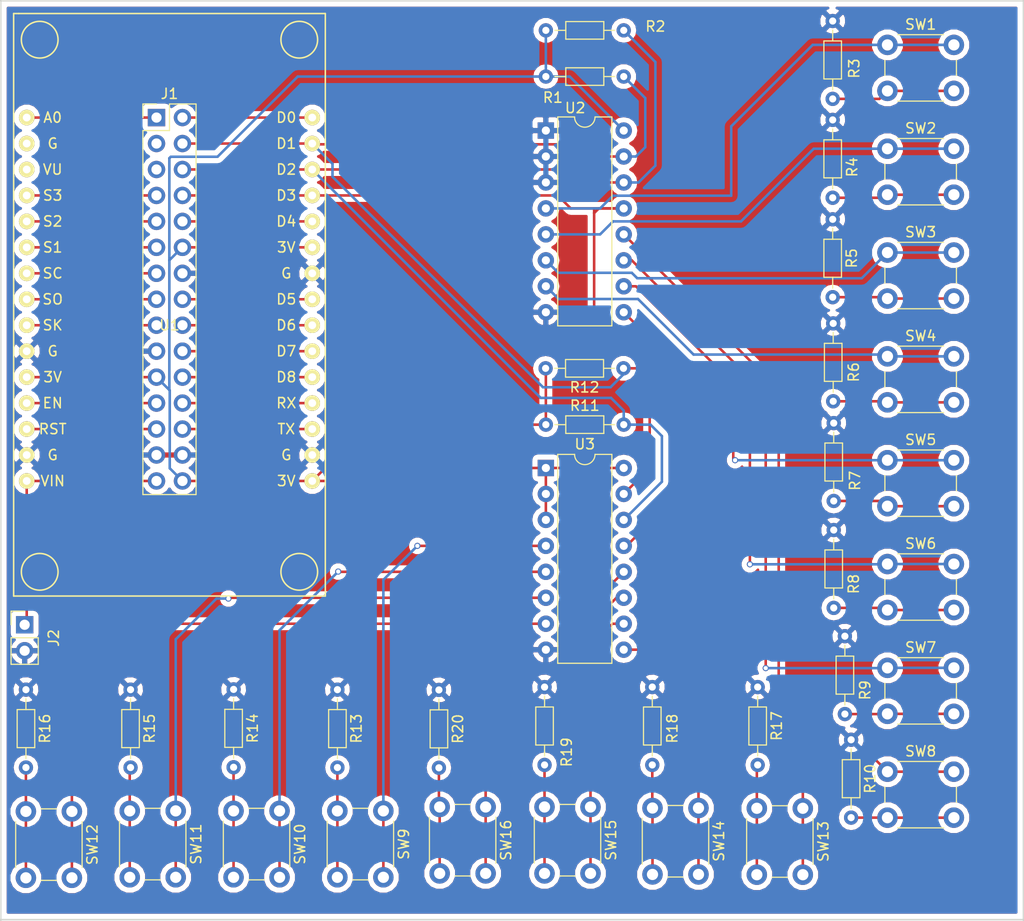
<source format=kicad_pcb>
(kicad_pcb (version 4) (host pcbnew 4.0.7)
  (layers (0 F.Cu signal) (31 B.Cu signal) (34 B.Paste user) (35 F.Paste user) (36 B.SilkS user) (37 F.SilkS user) (38 B.Mask user) (39 F.Mask user) (44 Edge.Cuts user))
  (net 0 "")
  (net 1 A0)
  (net 2 D0)
  (net 3 "Net-(J1-Pad3)")
  (net 4 SDA)
  (net 5 "Net-(J1-Pad5)")
  (net 6 SCL)
  (net 7 SD3)
  (net 8 INT)
  (net 9 SD2)
  (net 10 D4)
  (net 11 MOSI)
  (net 12 +3V3)
  (net 13 CMD)
  (net 14 GND)
  (net 15 MISO)
  (net 16 D5)
  (net 17 CLK)
  (net 18 D6)
  (net 19 D7)
  (net 20 D8)
  (net 21 EN)
  (net 22 RX)
  (net 23 RST)
  (net 24 TX)
  (net 25 +5V)
  (net 26 "Net-(R3-Pad2)")
  (net 27 "Net-(R4-Pad2)")
  (net 28 "Net-(R5-Pad2)")
  (net 29 "Net-(R6-Pad2)")
  (net 30 "Net-(R7-Pad2)")
  (net 31 "Net-(R8-Pad2)")
  (net 32 "Net-(R9-Pad2)")
  (net 33 "Net-(R10-Pad2)")
  (net 34 "Net-(R13-Pad2)")
  (net 35 "Net-(R14-Pad2)")
  (net 36 "Net-(R15-Pad2)")
  (net 37 "Net-(R16-Pad2)")
  (net 38 "Net-(R17-Pad2)")
  (net 39 "Net-(R18-Pad2)")
  (net 40 "Net-(R19-Pad2)")
  (net 41 "Net-(R20-Pad2)")
  (net 42 "Net-(SW1-Pad1)")
  (net 43 "Net-(SW2-Pad1)")
  (net 44 "Net-(SW3-Pad1)")
  (net 45 "Net-(SW4-Pad1)")
  (net 46 "Net-(SW5-Pad1)")
  (net 47 "Net-(SW6-Pad1)")
  (net 48 "Net-(SW7-Pad1)")
  (net 49 "Net-(SW8-Pad1)")
  (net 50 "Net-(SW9-Pad1)")
  (net 51 "Net-(SW10-Pad1)")
  (net 52 "Net-(SW11-Pad1)")
  (net 53 "Net-(SW12-Pad1)")
  (net 54 "Net-(SW13-Pad1)")
  (net 55 "Net-(SW14-Pad1)")
  (net 56 "Net-(SW15-Pad1)")
  (net 57 "Net-(SW16-Pad1)")
  (net 58 "Net-(U1-Pad2)")
  (net 59 "Net-(U1-Pad3)")
  (module Pin_Headers:Pin_Header_Straight_2x15_Pitch2.54mm (layer F.Cu) (at 27.94 24.13)
    (fp_text reference J1 (at 1.27 -2.33) (layer F.SilkS))
    (fp_text value "")
    (pad 1 thru_hole rect (at 0 0) (size 1.7 1.7) (drill 1) (layers *.Cu *.Mask) (net 1 A0))
    (pad 2 thru_hole oval (at 2.54 0) (size 1.7 1.7) (drill 1) (layers *.Cu *.Mask) (net 2 D0))
    (pad 3 thru_hole oval (at 0 2.54) (size 1.7 1.7) (drill 1) (layers *.Cu *.Mask) (net 3 "Net-(J1-Pad3)"))
    (pad 4 thru_hole oval (at 2.54 2.54) (size 1.7 1.7) (drill 1) (layers *.Cu *.Mask) (net 4 SDA))
    (pad 5 thru_hole oval (at 0 5.08) (size 1.7 1.7) (drill 1) (layers *.Cu *.Mask) (net 5 "Net-(J1-Pad5)"))
    (pad 6 thru_hole oval (at 2.54 5.08) (size 1.7 1.7) (drill 1) (layers *.Cu *.Mask) (net 6 SCL))
    (pad 7 thru_hole oval (at 0 7.62) (size 1.7 1.7) (drill 1) (layers *.Cu *.Mask) (net 7 SD3))
    (pad 8 thru_hole oval (at 2.54 7.62) (size 1.7 1.7) (drill 1) (layers *.Cu *.Mask) (net 8 INT))
    (pad 9 thru_hole oval (at 0 10.16) (size 1.7 1.7) (drill 1) (layers *.Cu *.Mask) (net 9 SD2))
    (pad 10 thru_hole oval (at 2.54 10.16) (size 1.7 1.7) (drill 1) (layers *.Cu *.Mask) (net 10 D4))
    (pad 11 thru_hole oval (at 0 12.7) (size 1.7 1.7) (drill 1) (layers *.Cu *.Mask) (net 11 MOSI))
    (pad 12 thru_hole oval (at 2.54 12.7) (size 1.7 1.7) (drill 1) (layers *.Cu *.Mask) (net 12 +3V3))
    (pad 13 thru_hole oval (at 0 15.24) (size 1.7 1.7) (drill 1) (layers *.Cu *.Mask) (net 13 CMD))
    (pad 14 thru_hole oval (at 2.54 15.24) (size 1.7 1.7) (drill 1) (layers *.Cu *.Mask) (net 14 GND))
    (pad 15 thru_hole oval (at 0 17.78) (size 1.7 1.7) (drill 1) (layers *.Cu *.Mask) (net 15 MISO))
    (pad 16 thru_hole oval (at 2.54 17.78) (size 1.7 1.7) (drill 1) (layers *.Cu *.Mask) (net 16 D5))
    (pad 17 thru_hole oval (at 0 20.32) (size 1.7 1.7) (drill 1) (layers *.Cu *.Mask) (net 17 CLK))
    (pad 18 thru_hole oval (at 2.54 20.32) (size 1.7 1.7) (drill 1) (layers *.Cu *.Mask) (net 18 D6))
    (pad 19 thru_hole oval (at 0 22.86) (size 1.7 1.7) (drill 1) (layers *.Cu *.Mask) (net 14 GND))
    (pad 20 thru_hole oval (at 2.54 22.86) (size 1.7 1.7) (drill 1) (layers *.Cu *.Mask) (net 19 D7))
    (pad 21 thru_hole oval (at 0 25.4) (size 1.7 1.7) (drill 1) (layers *.Cu *.Mask) (net 12 +3V3))
    (pad 22 thru_hole oval (at 2.54 25.4) (size 1.7 1.7) (drill 1) (layers *.Cu *.Mask) (net 20 D8))
    (pad 23 thru_hole oval (at 0 27.94) (size 1.7 1.7) (drill 1) (layers *.Cu *.Mask) (net 21 EN))
    (pad 24 thru_hole oval (at 2.54 27.94) (size 1.7 1.7) (drill 1) (layers *.Cu *.Mask) (net 22 RX))
    (pad 25 thru_hole oval (at 0 30.48) (size 1.7 1.7) (drill 1) (layers *.Cu *.Mask) (net 23 RST))
    (pad 26 thru_hole oval (at 2.54 30.48) (size 1.7 1.7) (drill 1) (layers *.Cu *.Mask) (net 24 TX))
    (pad 27 thru_hole oval (at 0 33.02) (size 1.7 1.7) (drill 1) (layers *.Cu *.Mask) (net 14 GND))
    (pad 28 thru_hole oval (at 2.54 33.02) (size 1.7 1.7) (drill 1) (layers *.Cu *.Mask) (net 14 GND))
    (pad 29 thru_hole oval (at 0 35.56) (size 1.7 1.7) (drill 1) (layers *.Cu *.Mask) (net 25 +5V))
    (pad 30 thru_hole oval (at 2.54 35.56) (size 1.7 1.7) (drill 1) (layers *.Cu *.Mask) (net 12 +3V3))
  )
  (module Pin_Headers:Pin_Header_Straight_1x02_Pitch2.54mm (layer F.Cu) (at 15.0368 73.7616)
    (fp_text reference J2 (at 2.8448 1.2954 90) (layer F.SilkS))
    (fp_text value "")
    (pad 1 thru_hole rect (at 0 0) (size 1.7 1.7) (drill 1) (layers *.Cu *.Mask) (net 25 +5V))
    (pad 2 thru_hole oval (at 0 2.54) (size 1.7 1.7) (drill 1) (layers *.Cu *.Mask) (net 14 GND))
  )
  (module Resistors_THT:R_Axial_DIN0204_L3.6mm_D1.6mm_P7.62mm_Horizontal (layer F.Cu) (at 73.66 20.1168 180)
    (fp_text reference R1 (at 6.9342 -2.0574 180) (layer F.SilkS))
    (fp_text value 4.7k)
    (pad 1 thru_hole circle (at 0 0 180) (size 1.4 1.4) (drill 0.7) (layers *.Cu *.Mask) (net 4 SDA))
    (pad 2 thru_hole oval (at 7.62 0 180) (size 1.4 1.4) (drill 0.7) (layers *.Cu *.Mask) (net 12 +3V3))
  )
  (module Resistors_THT:R_Axial_DIN0204_L3.6mm_D1.6mm_P7.62mm_Horizontal (layer F.Cu) (at 66.04 15.5956)
    (fp_text reference R2 (at 10.7188 -0.381) (layer F.SilkS))
    (fp_text value 4.7k)
    (pad 1 thru_hole circle (at 0 0) (size 1.4 1.4) (drill 0.7) (layers *.Cu *.Mask) (net 12 +3V3))
    (pad 2 thru_hole oval (at 7.62 0) (size 1.4 1.4) (drill 0.7) (layers *.Cu *.Mask) (net 6 SCL))
  )
  (module Resistors_THT:R_Axial_DIN0204_L3.6mm_D1.6mm_P7.62mm_Horizontal (layer F.Cu) (at 94.107 14.6812 270)
    (fp_text reference R3 (at 4.6482 -2.1082 270) (layer F.SilkS))
    (fp_text value 10k)
    (pad 1 thru_hole circle (at 0 0 270) (size 1.4 1.4) (drill 0.7) (layers *.Cu *.Mask) (net 14 GND))
    (pad 2 thru_hole oval (at 7.62 0 270) (size 1.4 1.4) (drill 0.7) (layers *.Cu *.Mask) (net 26 "Net-(R3-Pad2)"))
  )
  (module Resistors_THT:R_Axial_DIN0204_L3.6mm_D1.6mm_P7.62mm_Horizontal (layer F.Cu) (at 94.107 24.3586 270)
    (fp_text reference R4 (at 4.6228 -1.905 270) (layer F.SilkS))
    (fp_text value 10k)
    (pad 1 thru_hole circle (at 0 0 270) (size 1.4 1.4) (drill 0.7) (layers *.Cu *.Mask) (net 14 GND))
    (pad 2 thru_hole oval (at 7.62 0 270) (size 1.4 1.4) (drill 0.7) (layers *.Cu *.Mask) (net 27 "Net-(R4-Pad2)"))
  )
  (module Resistors_THT:R_Axial_DIN0204_L3.6mm_D1.6mm_P7.62mm_Horizontal (layer F.Cu) (at 94.107 34.0868 270)
    (fp_text reference R5 (at 3.81 -1.86 270) (layer F.SilkS))
    (fp_text value 10k)
    (pad 1 thru_hole circle (at 0 0 270) (size 1.4 1.4) (drill 0.7) (layers *.Cu *.Mask) (net 14 GND))
    (pad 2 thru_hole oval (at 7.62 0 270) (size 1.4 1.4) (drill 0.7) (layers *.Cu *.Mask) (net 28 "Net-(R5-Pad2)"))
  )
  (module Resistors_THT:R_Axial_DIN0204_L3.6mm_D1.6mm_P7.62mm_Horizontal (layer F.Cu) (at 94.1578 44.2722 270)
    (fp_text reference R6 (at 4.7752 -2.0066 270) (layer F.SilkS))
    (fp_text value 10k)
    (pad 1 thru_hole circle (at 0 0 270) (size 1.4 1.4) (drill 0.7) (layers *.Cu *.Mask) (net 14 GND))
    (pad 2 thru_hole oval (at 7.62 0 270) (size 1.4 1.4) (drill 0.7) (layers *.Cu *.Mask) (net 29 "Net-(R6-Pad2)"))
  )
  (module Resistors_THT:R_Axial_DIN0204_L3.6mm_D1.6mm_P7.62mm_Horizontal (layer F.Cu) (at 94.2086 54.0258 270)
    (fp_text reference R7 (at 5.6388 -2.0828 270) (layer F.SilkS))
    (fp_text value 10k)
    (pad 1 thru_hole circle (at 0 0 270) (size 1.4 1.4) (drill 0.7) (layers *.Cu *.Mask) (net 14 GND))
    (pad 2 thru_hole oval (at 7.62 0 270) (size 1.4 1.4) (drill 0.7) (layers *.Cu *.Mask) (net 30 "Net-(R7-Pad2)"))
  )
  (module Resistors_THT:R_Axial_DIN0204_L3.6mm_D1.6mm_P7.62mm_Horizontal (layer F.Cu) (at 94.2086 64.4906 270)
    (fp_text reference R8 (at 5.2832 -1.9558 270) (layer F.SilkS))
    (fp_text value 10k)
    (pad 1 thru_hole circle (at 0 0 270) (size 1.4 1.4) (drill 0.7) (layers *.Cu *.Mask) (net 14 GND))
    (pad 2 thru_hole oval (at 7.62 0 270) (size 1.4 1.4) (drill 0.7) (layers *.Cu *.Mask) (net 31 "Net-(R8-Pad2)"))
  )
  (module Resistors_THT:R_Axial_DIN0204_L3.6mm_D1.6mm_P7.62mm_Horizontal (layer F.Cu) (at 95.3008 74.8792 270)
    (fp_text reference R9 (at 5.2832 -1.9812 270) (layer F.SilkS))
    (fp_text value 10k)
    (pad 1 thru_hole circle (at 0 0 270) (size 1.4 1.4) (drill 0.7) (layers *.Cu *.Mask) (net 14 GND))
    (pad 2 thru_hole oval (at 7.62 0 270) (size 1.4 1.4) (drill 0.7) (layers *.Cu *.Mask) (net 32 "Net-(R9-Pad2)"))
  )
  (module Resistors_THT:R_Axial_DIN0204_L3.6mm_D1.6mm_P7.62mm_Horizontal (layer F.Cu) (at 95.9104 85.0138 270)
    (fp_text reference R10 (at 3.81 -1.86 270) (layer F.SilkS))
    (fp_text value 10k)
    (pad 1 thru_hole circle (at 0 0 270) (size 1.4 1.4) (drill 0.7) (layers *.Cu *.Mask) (net 14 GND))
    (pad 2 thru_hole oval (at 7.62 0 270) (size 1.4 1.4) (drill 0.7) (layers *.Cu *.Mask) (net 33 "Net-(R10-Pad2)"))
  )
  (module Resistors_THT:R_Axial_DIN0204_L3.6mm_D1.6mm_P7.62mm_Horizontal (layer F.Cu) (at 66.04 54.1782)
    (fp_text reference R11 (at 3.81 -1.86) (layer F.SilkS))
    (fp_text value 4.7k)
    (pad 1 thru_hole circle (at 0 0) (size 1.4 1.4) (drill 0.7) (layers *.Cu *.Mask) (net 12 +3V3))
    (pad 2 thru_hole oval (at 7.62 0) (size 1.4 1.4) (drill 0.7) (layers *.Cu *.Mask) (net 6 SCL))
  )
  (module Resistors_THT:R_Axial_DIN0204_L3.6mm_D1.6mm_P7.62mm_Horizontal (layer F.Cu) (at 73.6346 48.6664 180)
    (fp_text reference R12 (at 3.81 -1.86 180) (layer F.SilkS))
    (fp_text value 4.7k)
    (pad 1 thru_hole circle (at 0 0 180) (size 1.4 1.4) (drill 0.7) (layers *.Cu *.Mask) (net 4 SDA))
    (pad 2 thru_hole oval (at 7.62 0 180) (size 1.4 1.4) (drill 0.7) (layers *.Cu *.Mask) (net 12 +3V3))
  )
  (module Resistors_THT:R_Axial_DIN0204_L3.6mm_D1.6mm_P7.62mm_Horizontal (layer F.Cu) (at 45.6438 80.1116 270)
    (fp_text reference R13 (at 3.81 -1.86 270) (layer F.SilkS))
    (fp_text value 10k)
    (pad 1 thru_hole circle (at 0 0 270) (size 1.4 1.4) (drill 0.7) (layers *.Cu *.Mask) (net 14 GND))
    (pad 2 thru_hole oval (at 7.62 0 270) (size 1.4 1.4) (drill 0.7) (layers *.Cu *.Mask) (net 34 "Net-(R13-Pad2)"))
  )
  (module Resistors_THT:R_Axial_DIN0204_L3.6mm_D1.6mm_P7.62mm_Horizontal (layer F.Cu) (at 35.4838 80.0862 270)
    (fp_text reference R14 (at 3.81 -1.86 270) (layer F.SilkS))
    (fp_text value 10k)
    (pad 1 thru_hole circle (at 0 0 270) (size 1.4 1.4) (drill 0.7) (layers *.Cu *.Mask) (net 14 GND))
    (pad 2 thru_hole oval (at 7.62 0 270) (size 1.4 1.4) (drill 0.7) (layers *.Cu *.Mask) (net 35 "Net-(R14-Pad2)"))
  )
  (module Resistors_THT:R_Axial_DIN0204_L3.6mm_D1.6mm_P7.62mm_Horizontal (layer F.Cu) (at 25.4 80.1116 270)
    (fp_text reference R15 (at 3.81 -1.86 270) (layer F.SilkS))
    (fp_text value 10k)
    (pad 1 thru_hole circle (at 0 0 270) (size 1.4 1.4) (drill 0.7) (layers *.Cu *.Mask) (net 14 GND))
    (pad 2 thru_hole oval (at 7.62 0 270) (size 1.4 1.4) (drill 0.7) (layers *.Cu *.Mask) (net 36 "Net-(R15-Pad2)"))
  )
  (module Resistors_THT:R_Axial_DIN0204_L3.6mm_D1.6mm_P7.62mm_Horizontal (layer F.Cu) (at 15.1638 80.1116 270)
    (fp_text reference R16 (at 3.81 -1.86 270) (layer F.SilkS))
    (fp_text value 10k)
    (pad 1 thru_hole circle (at 0 0 270) (size 1.4 1.4) (drill 0.7) (layers *.Cu *.Mask) (net 14 GND))
    (pad 2 thru_hole oval (at 7.62 0 270) (size 1.4 1.4) (drill 0.7) (layers *.Cu *.Mask) (net 37 "Net-(R16-Pad2)"))
  )
  (module Resistors_THT:R_Axial_DIN0204_L3.6mm_D1.6mm_P7.62mm_Horizontal (layer F.Cu) (at 86.7664 79.8576 270)
    (fp_text reference R17 (at 3.81 -1.86 270) (layer F.SilkS))
    (fp_text value 10k)
    (pad 1 thru_hole circle (at 0 0 270) (size 1.4 1.4) (drill 0.7) (layers *.Cu *.Mask) (net 14 GND))
    (pad 2 thru_hole oval (at 7.62 0 270) (size 1.4 1.4) (drill 0.7) (layers *.Cu *.Mask) (net 38 "Net-(R17-Pad2)"))
  )
  (module Resistors_THT:R_Axial_DIN0204_L3.6mm_D1.6mm_P7.62mm_Horizontal (layer F.Cu) (at 76.454 79.8576 270)
    (fp_text reference R18 (at 4.064 -1.9558 270) (layer F.SilkS))
    (fp_text value 10k)
    (pad 1 thru_hole circle (at 0 0 270) (size 1.4 1.4) (drill 0.7) (layers *.Cu *.Mask) (net 14 GND))
    (pad 2 thru_hole oval (at 7.62 0 270) (size 1.4 1.4) (drill 0.7) (layers *.Cu *.Mask) (net 39 "Net-(R18-Pad2)"))
  )
  (module Resistors_THT:R_Axial_DIN0204_L3.6mm_D1.6mm_P7.62mm_Horizontal (layer F.Cu) (at 65.913 79.8576 270)
    (fp_text reference R19 (at 6.3754 -2.159 270) (layer F.SilkS))
    (fp_text value 10k)
    (pad 1 thru_hole circle (at 0 0 270) (size 1.4 1.4) (drill 0.7) (layers *.Cu *.Mask) (net 14 GND))
    (pad 2 thru_hole oval (at 7.62 0 270) (size 1.4 1.4) (drill 0.7) (layers *.Cu *.Mask) (net 40 "Net-(R19-Pad2)"))
  )
  (module Resistors_THT:R_Axial_DIN0204_L3.6mm_D1.6mm_P7.62mm_Horizontal (layer F.Cu) (at 55.5752 80.137 270)
    (fp_text reference R20 (at 3.81 -1.86 270) (layer F.SilkS))
    (fp_text value 10k)
    (pad 1 thru_hole circle (at 0 0 270) (size 1.4 1.4) (drill 0.7) (layers *.Cu *.Mask) (net 14 GND))
    (pad 2 thru_hole oval (at 7.62 0 270) (size 1.4 1.4) (drill 0.7) (layers *.Cu *.Mask) (net 41 "Net-(R20-Pad2)"))
  )
  (module Buttons_Switches_THT:SW_PUSH_6mm_h8mm (layer F.Cu) (at 99.4664 17.018)
    (fp_text reference SW1 (at 3.25 -2) (layer F.SilkS))
    (fp_text value SW_Push)
    (pad 2 thru_hole circle (at 0 4.5 90) (size 2 2) (drill 1.1) (layers *.Cu *.Mask) (net 26 "Net-(R3-Pad2)"))
    (pad 1 thru_hole circle (at 0 0 90) (size 2 2) (drill 1.1) (layers *.Cu *.Mask) (net 42 "Net-(SW1-Pad1)"))
    (pad 2 thru_hole circle (at 6.5 4.5 90) (size 2 2) (drill 1.1) (layers *.Cu *.Mask) (net 26 "Net-(R3-Pad2)"))
    (pad 1 thru_hole circle (at 6.5 0 90) (size 2 2) (drill 1.1) (layers *.Cu *.Mask) (net 42 "Net-(SW1-Pad1)"))
  )
  (module Buttons_Switches_THT:SW_PUSH_6mm_h8mm (layer F.Cu) (at 99.4664 27.178)
    (fp_text reference SW2 (at 3.25 -2) (layer F.SilkS))
    (fp_text value SW_Push)
    (pad 2 thru_hole circle (at 0 4.5 90) (size 2 2) (drill 1.1) (layers *.Cu *.Mask) (net 27 "Net-(R4-Pad2)"))
    (pad 1 thru_hole circle (at 0 0 90) (size 2 2) (drill 1.1) (layers *.Cu *.Mask) (net 43 "Net-(SW2-Pad1)"))
    (pad 2 thru_hole circle (at 6.5 4.5 90) (size 2 2) (drill 1.1) (layers *.Cu *.Mask) (net 27 "Net-(R4-Pad2)"))
    (pad 1 thru_hole circle (at 6.5 0 90) (size 2 2) (drill 1.1) (layers *.Cu *.Mask) (net 43 "Net-(SW2-Pad1)"))
  )
  (module Buttons_Switches_THT:SW_PUSH_6mm_h8mm (layer F.Cu) (at 99.4664 37.338)
    (fp_text reference SW3 (at 3.25 -2) (layer F.SilkS))
    (fp_text value SW_Push)
    (pad 2 thru_hole circle (at 0 4.5 90) (size 2 2) (drill 1.1) (layers *.Cu *.Mask) (net 28 "Net-(R5-Pad2)"))
    (pad 1 thru_hole circle (at 0 0 90) (size 2 2) (drill 1.1) (layers *.Cu *.Mask) (net 44 "Net-(SW3-Pad1)"))
    (pad 2 thru_hole circle (at 6.5 4.5 90) (size 2 2) (drill 1.1) (layers *.Cu *.Mask) (net 28 "Net-(R5-Pad2)"))
    (pad 1 thru_hole circle (at 6.5 0 90) (size 2 2) (drill 1.1) (layers *.Cu *.Mask) (net 44 "Net-(SW3-Pad1)"))
  )
  (module Buttons_Switches_THT:SW_PUSH_6mm_h8mm (layer F.Cu) (at 99.4664 47.498)
    (fp_text reference SW4 (at 3.25 -2) (layer F.SilkS))
    (fp_text value SW_Push)
    (pad 2 thru_hole circle (at 0 4.5 90) (size 2 2) (drill 1.1) (layers *.Cu *.Mask) (net 29 "Net-(R6-Pad2)"))
    (pad 1 thru_hole circle (at 0 0 90) (size 2 2) (drill 1.1) (layers *.Cu *.Mask) (net 45 "Net-(SW4-Pad1)"))
    (pad 2 thru_hole circle (at 6.5 4.5 90) (size 2 2) (drill 1.1) (layers *.Cu *.Mask) (net 29 "Net-(R6-Pad2)"))
    (pad 1 thru_hole circle (at 6.5 0 90) (size 2 2) (drill 1.1) (layers *.Cu *.Mask) (net 45 "Net-(SW4-Pad1)"))
  )
  (module Buttons_Switches_THT:SW_PUSH_6mm_h8mm (layer F.Cu) (at 99.4664 57.658)
    (fp_text reference SW5 (at 3.25 -2) (layer F.SilkS))
    (fp_text value SW_Push)
    (pad 2 thru_hole circle (at 0 4.5 90) (size 2 2) (drill 1.1) (layers *.Cu *.Mask) (net 30 "Net-(R7-Pad2)"))
    (pad 1 thru_hole circle (at 0 0 90) (size 2 2) (drill 1.1) (layers *.Cu *.Mask) (net 46 "Net-(SW5-Pad1)"))
    (pad 2 thru_hole circle (at 6.5 4.5 90) (size 2 2) (drill 1.1) (layers *.Cu *.Mask) (net 30 "Net-(R7-Pad2)"))
    (pad 1 thru_hole circle (at 6.5 0 90) (size 2 2) (drill 1.1) (layers *.Cu *.Mask) (net 46 "Net-(SW5-Pad1)"))
  )
  (module Buttons_Switches_THT:SW_PUSH_6mm_h8mm (layer F.Cu) (at 99.4664 67.818)
    (fp_text reference SW6 (at 3.25 -2) (layer F.SilkS))
    (fp_text value SW_Push)
    (pad 2 thru_hole circle (at 0 4.5 90) (size 2 2) (drill 1.1) (layers *.Cu *.Mask) (net 31 "Net-(R8-Pad2)"))
    (pad 1 thru_hole circle (at 0 0 90) (size 2 2) (drill 1.1) (layers *.Cu *.Mask) (net 47 "Net-(SW6-Pad1)"))
    (pad 2 thru_hole circle (at 6.5 4.5 90) (size 2 2) (drill 1.1) (layers *.Cu *.Mask) (net 31 "Net-(R8-Pad2)"))
    (pad 1 thru_hole circle (at 6.5 0 90) (size 2 2) (drill 1.1) (layers *.Cu *.Mask) (net 47 "Net-(SW6-Pad1)"))
  )
  (module Buttons_Switches_THT:SW_PUSH_6mm_h8mm (layer F.Cu) (at 99.4664 77.978)
    (fp_text reference SW7 (at 3.25 -2) (layer F.SilkS))
    (fp_text value SW_Push)
    (pad 2 thru_hole circle (at 0 4.5 90) (size 2 2) (drill 1.1) (layers *.Cu *.Mask) (net 32 "Net-(R9-Pad2)"))
    (pad 1 thru_hole circle (at 0 0 90) (size 2 2) (drill 1.1) (layers *.Cu *.Mask) (net 48 "Net-(SW7-Pad1)"))
    (pad 2 thru_hole circle (at 6.5 4.5 90) (size 2 2) (drill 1.1) (layers *.Cu *.Mask) (net 32 "Net-(R9-Pad2)"))
    (pad 1 thru_hole circle (at 6.5 0 90) (size 2 2) (drill 1.1) (layers *.Cu *.Mask) (net 48 "Net-(SW7-Pad1)"))
  )
  (module Buttons_Switches_THT:SW_PUSH_6mm_h8mm (layer F.Cu) (at 99.4664 88.138)
    (fp_text reference SW8 (at 3.25 -2) (layer F.SilkS))
    (fp_text value SW_Push)
    (pad 2 thru_hole circle (at 0 4.5 90) (size 2 2) (drill 1.1) (layers *.Cu *.Mask) (net 33 "Net-(R10-Pad2)"))
    (pad 1 thru_hole circle (at 0 0 90) (size 2 2) (drill 1.1) (layers *.Cu *.Mask) (net 49 "Net-(SW8-Pad1)"))
    (pad 2 thru_hole circle (at 6.5 4.5 90) (size 2 2) (drill 1.1) (layers *.Cu *.Mask) (net 33 "Net-(R10-Pad2)"))
    (pad 1 thru_hole circle (at 6.5 0 90) (size 2 2) (drill 1.1) (layers *.Cu *.Mask) (net 49 "Net-(SW8-Pad1)"))
  )
  (module Buttons_Switches_THT:SW_PUSH_6mm_h8mm (layer F.Cu) (at 50.1396 91.9734 270)
    (fp_text reference SW9 (at 3.25 -2 270) (layer F.SilkS))
    (fp_text value SW_Push)
    (pad 2 thru_hole circle (at 0 4.5) (size 2 2) (drill 1.1) (layers *.Cu *.Mask) (net 34 "Net-(R13-Pad2)"))
    (pad 1 thru_hole circle (at 0 0) (size 2 2) (drill 1.1) (layers *.Cu *.Mask) (net 50 "Net-(SW9-Pad1)"))
    (pad 2 thru_hole circle (at 6.5 4.5) (size 2 2) (drill 1.1) (layers *.Cu *.Mask) (net 34 "Net-(R13-Pad2)"))
    (pad 1 thru_hole circle (at 6.5 0) (size 2 2) (drill 1.1) (layers *.Cu *.Mask) (net 50 "Net-(SW9-Pad1)"))
  )
  (module Buttons_Switches_THT:SW_PUSH_6mm_h8mm (layer F.Cu) (at 39.9796 91.9734 270)
    (fp_text reference SW10 (at 3.25 -2 270) (layer F.SilkS))
    (fp_text value SW_Push)
    (pad 2 thru_hole circle (at 0 4.5) (size 2 2) (drill 1.1) (layers *.Cu *.Mask) (net 35 "Net-(R14-Pad2)"))
    (pad 1 thru_hole circle (at 0 0) (size 2 2) (drill 1.1) (layers *.Cu *.Mask) (net 51 "Net-(SW10-Pad1)"))
    (pad 2 thru_hole circle (at 6.5 4.5) (size 2 2) (drill 1.1) (layers *.Cu *.Mask) (net 35 "Net-(R14-Pad2)"))
    (pad 1 thru_hole circle (at 6.5 0) (size 2 2) (drill 1.1) (layers *.Cu *.Mask) (net 51 "Net-(SW10-Pad1)"))
  )
  (module Buttons_Switches_THT:SW_PUSH_6mm_h8mm (layer F.Cu) (at 29.8196 91.9734 270)
    (fp_text reference SW11 (at 3.25 -2 270) (layer F.SilkS))
    (fp_text value SW_Push)
    (pad 2 thru_hole circle (at 0 4.5) (size 2 2) (drill 1.1) (layers *.Cu *.Mask) (net 36 "Net-(R15-Pad2)"))
    (pad 1 thru_hole circle (at 0 0) (size 2 2) (drill 1.1) (layers *.Cu *.Mask) (net 52 "Net-(SW11-Pad1)"))
    (pad 2 thru_hole circle (at 6.5 4.5) (size 2 2) (drill 1.1) (layers *.Cu *.Mask) (net 36 "Net-(R15-Pad2)"))
    (pad 1 thru_hole circle (at 6.5 0) (size 2 2) (drill 1.1) (layers *.Cu *.Mask) (net 52 "Net-(SW11-Pad1)"))
  )
  (module Buttons_Switches_THT:SW_PUSH_6mm_h8mm (layer F.Cu) (at 19.6596 92.0242 270)
    (fp_text reference SW12 (at 3.25 -2 270) (layer F.SilkS))
    (fp_text value "")
    (pad 2 thru_hole circle (at 0 4.5) (size 2 2) (drill 1.1) (layers *.Cu *.Mask) (net 37 "Net-(R16-Pad2)"))
    (pad 1 thru_hole circle (at 0 0) (size 2 2) (drill 1.1) (layers *.Cu *.Mask) (net 53 "Net-(SW12-Pad1)"))
    (pad 2 thru_hole circle (at 6.5 4.5) (size 2 2) (drill 1.1) (layers *.Cu *.Mask) (net 37 "Net-(R16-Pad2)"))
    (pad 1 thru_hole circle (at 6.5 0) (size 2 2) (drill 1.1) (layers *.Cu *.Mask) (net 53 "Net-(SW12-Pad1)"))
  )
  (module Buttons_Switches_THT:SW_PUSH_6mm_h8mm (layer F.Cu) (at 91.186 91.7194 270)
    (fp_text reference SW13 (at 3.25 -2 270) (layer F.SilkS))
    (fp_text value SW_Push)
    (pad 2 thru_hole circle (at 0 4.5) (size 2 2) (drill 1.1) (layers *.Cu *.Mask) (net 38 "Net-(R17-Pad2)"))
    (pad 1 thru_hole circle (at 0 0) (size 2 2) (drill 1.1) (layers *.Cu *.Mask) (net 54 "Net-(SW13-Pad1)"))
    (pad 2 thru_hole circle (at 6.5 4.5) (size 2 2) (drill 1.1) (layers *.Cu *.Mask) (net 38 "Net-(R17-Pad2)"))
    (pad 1 thru_hole circle (at 6.5 0) (size 2 2) (drill 1.1) (layers *.Cu *.Mask) (net 54 "Net-(SW13-Pad1)"))
  )
  (module Buttons_Switches_THT:SW_PUSH_6mm_h8mm (layer F.Cu) (at 80.9752 91.694 270)
    (fp_text reference SW14 (at 3.25 -2 270) (layer F.SilkS))
    (fp_text value SW_Push)
    (pad 2 thru_hole circle (at 0 4.5) (size 2 2) (drill 1.1) (layers *.Cu *.Mask) (net 39 "Net-(R18-Pad2)"))
    (pad 1 thru_hole circle (at 0 0) (size 2 2) (drill 1.1) (layers *.Cu *.Mask) (net 55 "Net-(SW14-Pad1)"))
    (pad 2 thru_hole circle (at 6.5 4.5) (size 2 2) (drill 1.1) (layers *.Cu *.Mask) (net 39 "Net-(R18-Pad2)"))
    (pad 1 thru_hole circle (at 6.5 0) (size 2 2) (drill 1.1) (layers *.Cu *.Mask) (net 55 "Net-(SW14-Pad1)"))
  )
  (module Buttons_Switches_THT:SW_PUSH_6mm_h8mm (layer F.Cu) (at 70.4088 91.5924 270)
    (fp_text reference SW15 (at 3.25 -2 270) (layer F.SilkS))
    (fp_text value SW_Push)
    (pad 2 thru_hole circle (at 0 4.5) (size 2 2) (drill 1.1) (layers *.Cu *.Mask) (net 40 "Net-(R19-Pad2)"))
    (pad 1 thru_hole circle (at 0 0) (size 2 2) (drill 1.1) (layers *.Cu *.Mask) (net 56 "Net-(SW15-Pad1)"))
    (pad 2 thru_hole circle (at 6.5 4.5) (size 2 2) (drill 1.1) (layers *.Cu *.Mask) (net 40 "Net-(R19-Pad2)"))
    (pad 1 thru_hole circle (at 6.5 0) (size 2 2) (drill 1.1) (layers *.Cu *.Mask) (net 56 "Net-(SW15-Pad1)"))
  )
  (module Buttons_Switches_THT:SW_PUSH_6mm_h8mm (layer F.Cu) (at 60.1472 91.5924 270)
    (fp_text reference SW16 (at 3.25 -2 270) (layer F.SilkS))
    (fp_text value SW_Push)
    (pad 2 thru_hole circle (at 0 4.5) (size 2 2) (drill 1.1) (layers *.Cu *.Mask) (net 41 "Net-(R20-Pad2)"))
    (pad 1 thru_hole circle (at 0 0) (size 2 2) (drill 1.1) (layers *.Cu *.Mask) (net 57 "Net-(SW16-Pad1)"))
    (pad 2 thru_hole circle (at 6.5 4.5) (size 2 2) (drill 1.1) (layers *.Cu *.Mask) (net 41 "Net-(R20-Pad2)"))
    (pad 1 thru_hole circle (at 6.5 0) (size 2 2) (drill 1.1) (layers *.Cu *.Mask) (net 57 "Net-(SW16-Pad1)"))
  )
  (module "NodeMCU:NodeMCU1.0(12-E)" (layer F.Cu) (at 29.21 44.45)
    (fp_text reference U1 (at 0 0) (layer F.SilkS))
    (fp_text value "NodeMCU1.0(ESP-12E)")
    (fp_text user VIN (at -11.43 15.24) (layer F.SilkS))
    (fp_text user G (at -11.43 12.7) (layer F.SilkS))
    (fp_text user RST (at -11.43 10.16) (layer F.SilkS))
    (fp_text user EN (at -11.43 7.62) (layer F.SilkS))
    (fp_text user 3V (at -11.43 5.08) (layer F.SilkS))
    (fp_text user G (at -11.43 2.54) (layer F.SilkS))
    (fp_text user SK (at -11.43 0) (layer F.SilkS))
    (fp_text user SO (at -11.43 -2.54) (layer F.SilkS))
    (fp_text user SC (at -11.43 -5.08) (layer F.SilkS))
    (fp_text user S1 (at -11.43 -7.62) (layer F.SilkS))
    (fp_text user S2 (at -11.43 -10.16) (layer F.SilkS))
    (fp_text user S3 (at -11.43 -12.7) (layer F.SilkS))
    (fp_text user VU (at -11.43 -15.24) (layer F.SilkS))
    (fp_text user G (at -11.43 -17.78) (layer F.SilkS))
    (fp_text user A0 (at -11.43 -20.32) (layer F.SilkS))
    (fp_text user 3V (at 11.43 15.24) (layer F.SilkS))
    (fp_text user G (at 11.43 12.7) (layer F.SilkS))
    (fp_text user TX (at 11.43 10.16) (layer F.SilkS))
    (fp_text user RX (at 11.43 7.62) (layer F.SilkS))
    (fp_text user D8 (at 11.43 5.08) (layer F.SilkS))
    (fp_text user D7 (at 11.43 2.54) (layer F.SilkS))
    (fp_text user D6 (at 11.43 0) (layer F.SilkS))
    (fp_text user D5 (at 11.43 -2.54) (layer F.SilkS))
    (fp_text user G (at 11.43 -5.08) (layer F.SilkS))
    (fp_text user 3V (at 11.43 -7.62) (layer F.SilkS))
    (fp_text user D4 (at 11.43 -10.16) (layer F.SilkS))
    (fp_text user D3 (at 11.43 -12.7) (layer F.SilkS))
    (fp_text user D2 (at 11.43 -15.24) (layer F.SilkS))
    (fp_text user D1 (at 11.43 -17.78) (layer F.SilkS))
    (fp_text user D0 (at 11.43 -20.32) (layer F.SilkS))
    (pad 1 thru_hole circle (at -13.97 -20.32) (size 1.524 1.524) (drill 0.762) (layers *.Cu *.Mask F.SilkS) (net 1 A0))
    (pad 2 thru_hole circle (at -13.97 -17.78) (size 1.524 1.524) (drill 0.762) (layers *.Cu *.Mask F.SilkS) (net 58 "Net-(U1-Pad2)"))
    (pad 3 thru_hole circle (at -13.97 -15.24) (size 1.524 1.524) (drill 0.762) (layers *.Cu *.Mask F.SilkS) (net 59 "Net-(U1-Pad3)"))
    (pad 4 thru_hole circle (at -13.97 -12.7) (size 1.524 1.524) (drill 0.762) (layers *.Cu *.Mask F.SilkS) (net 7 SD3))
    (pad 5 thru_hole circle (at -13.97 -10.16) (size 1.524 1.524) (drill 0.762) (layers *.Cu *.Mask F.SilkS) (net 9 SD2))
    (pad 6 thru_hole circle (at -13.97 -7.62) (size 1.524 1.524) (drill 0.762) (layers *.Cu *.Mask F.SilkS) (net 11 MOSI))
    (pad 7 thru_hole circle (at -13.97 -5.08) (size 1.524 1.524) (drill 0.762) (layers *.Cu *.Mask F.SilkS) (net 13 CMD))
    (pad 8 thru_hole circle (at -13.97 -2.54) (size 1.524 1.524) (drill 0.762) (layers *.Cu *.Mask F.SilkS) (net 15 MISO))
    (pad 9 thru_hole circle (at -13.97 0) (size 1.524 1.524) (drill 0.762) (layers *.Cu *.Mask F.SilkS) (net 17 CLK))
    (pad 10 thru_hole circle (at -13.97 2.54) (size 1.524 1.524) (drill 0.762) (layers *.Cu *.Mask F.SilkS) (net 14 GND))
    (pad 11 thru_hole circle (at -13.97 5.08) (size 1.524 1.524) (drill 0.762) (layers *.Cu *.Mask F.SilkS) (net 12 +3V3))
    (pad 12 thru_hole circle (at -13.97 7.62) (size 1.524 1.524) (drill 0.762) (layers *.Cu *.Mask F.SilkS) (net 21 EN))
    (pad 13 thru_hole circle (at -13.97 10.16) (size 1.524 1.524) (drill 0.762) (layers *.Cu *.Mask F.SilkS) (net 23 RST))
    (pad 14 thru_hole circle (at -13.97 12.7) (size 1.524 1.524) (drill 0.762) (layers *.Cu *.Mask F.SilkS) (net 14 GND))
    (pad 15 thru_hole circle (at -13.97 15.24) (size 1.524 1.524) (drill 0.762) (layers *.Cu *.Mask F.SilkS) (net 25 +5V))
    (pad 16 thru_hole circle (at 13.97 15.24) (size 1.524 1.524) (drill 0.762) (layers *.Cu *.Mask F.SilkS) (net 12 +3V3))
    (pad 17 thru_hole circle (at 13.97 12.7) (size 1.524 1.524) (drill 0.762) (layers *.Cu *.Mask F.SilkS) (net 14 GND))
    (pad 18 thru_hole circle (at 13.97 10.16) (size 1.524 1.524) (drill 0.762) (layers *.Cu *.Mask F.SilkS) (net 24 TX))
    (pad 19 thru_hole circle (at 13.97 7.62) (size 1.524 1.524) (drill 0.762) (layers *.Cu *.Mask F.SilkS) (net 22 RX))
    (pad 20 thru_hole circle (at 13.97 5.08) (size 1.524 1.524) (drill 0.762) (layers *.Cu *.Mask F.SilkS) (net 20 D8))
    (pad 21 thru_hole circle (at 13.97 2.54) (size 1.524 1.524) (drill 0.762) (layers *.Cu *.Mask F.SilkS) (net 19 D7))
    (pad 22 thru_hole circle (at 13.97 0) (size 1.524 1.524) (drill 0.762) (layers *.Cu *.Mask F.SilkS) (net 18 D6))
    (pad 23 thru_hole circle (at 13.97 -2.54) (size 1.524 1.524) (drill 0.762) (layers *.Cu *.Mask F.SilkS) (net 16 D5))
    (pad 24 thru_hole circle (at 13.97 -5.08) (size 1.524 1.524) (drill 0.762) (layers *.Cu *.Mask F.SilkS) (net 14 GND))
    (pad 25 thru_hole circle (at 13.97 -7.62) (size 1.524 1.524) (drill 0.762) (layers *.Cu *.Mask F.SilkS) (net 12 +3V3))
    (pad 26 thru_hole circle (at 13.97 -10.16) (size 1.524 1.524) (drill 0.762) (layers *.Cu *.Mask F.SilkS) (net 10 D4))
    (pad 27 thru_hole circle (at 13.97 -12.7) (size 1.524 1.524) (drill 0.762) (layers *.Cu *.Mask F.SilkS) (net 8 INT))
    (pad 28 thru_hole circle (at 13.97 -15.24) (size 1.524 1.524) (drill 0.762) (layers *.Cu *.Mask F.SilkS) (net 6 SCL))
    (pad 29 thru_hole circle (at 13.97 -17.78) (size 1.524 1.524) (drill 0.762) (layers *.Cu *.Mask F.SilkS) (net 4 SDA))
    (pad 30 thru_hole circle (at 13.97 -20.32) (size 1.524 1.524) (drill 0.762) (layers *.Cu *.Mask F.SilkS) (net 2 D0))
  )
  (module Housings_DIP:DIP-16_W7.62mm (layer F.Cu) (at 66.04 25.4)
    (fp_text reference U2 (at 2.8702 -2.2098) (layer F.SilkS))
    (fp_text value PCF8574)
    (pad 1 thru_hole rect (at 0 0) (size 1.6 1.6) (drill 0.8) (layers *.Cu *.Mask) (net 14 GND))
    (pad 9 thru_hole oval (at 7.62 17.78) (size 1.6 1.6) (drill 0.8) (layers *.Cu *.Mask) (net 46 "Net-(SW5-Pad1)"))
    (pad 2 thru_hole oval (at 0 2.54) (size 1.6 1.6) (drill 0.8) (layers *.Cu *.Mask) (net 14 GND))
    (pad 10 thru_hole oval (at 7.62 15.24) (size 1.6 1.6) (drill 0.8) (layers *.Cu *.Mask) (net 47 "Net-(SW6-Pad1)"))
    (pad 3 thru_hole oval (at 0 5.08) (size 1.6 1.6) (drill 0.8) (layers *.Cu *.Mask) (net 14 GND))
    (pad 11 thru_hole oval (at 7.62 12.7) (size 1.6 1.6) (drill 0.8) (layers *.Cu *.Mask) (net 48 "Net-(SW7-Pad1)"))
    (pad 4 thru_hole oval (at 0 7.62) (size 1.6 1.6) (drill 0.8) (layers *.Cu *.Mask) (net 42 "Net-(SW1-Pad1)"))
    (pad 12 thru_hole oval (at 7.62 10.16) (size 1.6 1.6) (drill 0.8) (layers *.Cu *.Mask) (net 49 "Net-(SW8-Pad1)"))
    (pad 5 thru_hole oval (at 0 10.16) (size 1.6 1.6) (drill 0.8) (layers *.Cu *.Mask) (net 43 "Net-(SW2-Pad1)"))
    (pad 13 thru_hole oval (at 7.62 7.62) (size 1.6 1.6) (drill 0.8) (layers *.Cu *.Mask) (net 8 INT))
    (pad 6 thru_hole oval (at 0 12.7) (size 1.6 1.6) (drill 0.8) (layers *.Cu *.Mask) (net 44 "Net-(SW3-Pad1)"))
    (pad 14 thru_hole oval (at 7.62 5.08) (size 1.6 1.6) (drill 0.8) (layers *.Cu *.Mask) (net 6 SCL))
    (pad 7 thru_hole oval (at 0 15.24) (size 1.6 1.6) (drill 0.8) (layers *.Cu *.Mask) (net 45 "Net-(SW4-Pad1)"))
    (pad 15 thru_hole oval (at 7.62 2.54) (size 1.6 1.6) (drill 0.8) (layers *.Cu *.Mask) (net 4 SDA))
    (pad 8 thru_hole oval (at 0 17.78) (size 1.6 1.6) (drill 0.8) (layers *.Cu *.Mask) (net 14 GND))
    (pad 16 thru_hole oval (at 7.62 0) (size 1.6 1.6) (drill 0.8) (layers *.Cu *.Mask) (net 12 +3V3))
  )
  (module Housings_DIP:DIP-16_W7.62mm (layer F.Cu) (at 66.04 58.42)
    (fp_text reference U3 (at 3.81 -2.33) (layer F.SilkS))
    (fp_text value PCF8574)
    (pad 1 thru_hole rect (at 0 0) (size 1.6 1.6) (drill 0.8) (layers *.Cu *.Mask) (net 12 +3V3))
    (pad 9 thru_hole oval (at 7.62 17.78) (size 1.6 1.6) (drill 0.8) (layers *.Cu *.Mask) (net 54 "Net-(SW13-Pad1)"))
    (pad 2 thru_hole oval (at 0 2.54) (size 1.6 1.6) (drill 0.8) (layers *.Cu *.Mask) (net 12 +3V3))
    (pad 10 thru_hole oval (at 7.62 15.24) (size 1.6 1.6) (drill 0.8) (layers *.Cu *.Mask) (net 55 "Net-(SW14-Pad1)"))
    (pad 3 thru_hole oval (at 0 5.08) (size 1.6 1.6) (drill 0.8) (layers *.Cu *.Mask) (net 12 +3V3))
    (pad 11 thru_hole oval (at 7.62 12.7) (size 1.6 1.6) (drill 0.8) (layers *.Cu *.Mask) (net 56 "Net-(SW15-Pad1)"))
    (pad 4 thru_hole oval (at 0 7.62) (size 1.6 1.6) (drill 0.8) (layers *.Cu *.Mask) (net 50 "Net-(SW9-Pad1)"))
    (pad 12 thru_hole oval (at 7.62 10.16) (size 1.6 1.6) (drill 0.8) (layers *.Cu *.Mask) (net 57 "Net-(SW16-Pad1)"))
    (pad 5 thru_hole oval (at 0 10.16) (size 1.6 1.6) (drill 0.8) (layers *.Cu *.Mask) (net 51 "Net-(SW10-Pad1)"))
    (pad 13 thru_hole oval (at 7.62 7.62) (size 1.6 1.6) (drill 0.8) (layers *.Cu *.Mask) (net 8 INT))
    (pad 6 thru_hole oval (at 0 12.7) (size 1.6 1.6) (drill 0.8) (layers *.Cu *.Mask) (net 52 "Net-(SW11-Pad1)"))
    (pad 14 thru_hole oval (at 7.62 5.08) (size 1.6 1.6) (drill 0.8) (layers *.Cu *.Mask) (net 6 SCL))
    (pad 7 thru_hole oval (at 0 15.24) (size 1.6 1.6) (drill 0.8) (layers *.Cu *.Mask) (net 53 "Net-(SW12-Pad1)"))
    (pad 15 thru_hole oval (at 7.62 2.54) (size 1.6 1.6) (drill 0.8) (layers *.Cu *.Mask) (net 4 SDA))
    (pad 8 thru_hole oval (at 0 17.78) (size 1.6 1.6) (drill 0.8) (layers *.Cu *.Mask) (net 14 GND))
    (pad 16 thru_hole oval (at 7.62 0) (size 1.6 1.6) (drill 0.8) (layers *.Cu *.Mask) (net 12 +3V3))
  )
  (gr_line (start 112.776 12.7) (end 112.776 102.7) (angle 90) (layer Edge.Cuts) (width 0.15))
  (gr_line (start 12.7 12.7) (end 112.7 12.7) (angle 90) (layer Edge.Cuts) (width 0.15))
  (gr_line (start 12.7 102.616) (end 112.7 102.616) (angle 90) (layer Edge.Cuts) (width 0.15))
  (gr_line (start 12.7 12.7) (end 12.7 102.7) (angle 90) (layer Edge.Cuts) (width 0.15))
  (segment (start 15.24 24.13) (end 27.94 24.13) (width 0.25) (layer F.Cu) (net 1))
  (segment (start 43.18 24.13) (end 30.48 24.13) (width 0.25) (layer F.Cu) (net 2))
  (segment (start 73.66 27.94) (end 74.8538 27.94) (width 0.25) (layer B.Cu) (net 4))
  (segment (start 75.7682 22.225) (end 73.66 20.1168) (width 0.25) (layer B.Cu) (net 4))
  (segment (start 75.7682 27.0256) (end 75.7682 22.225) (width 0.25) (layer B.Cu) (net 4))
  (segment (start 74.8538 27.94) (end 75.7682 27.0256) (width 0.25) (layer B.Cu) (net 4))
  (segment (start 73.6346 48.6664) (end 73.6346 49.2506) (width 0.25) (layer B.Cu) (net 4))
  (segment (start 73.6346 49.2506) (end 72.3646 50.5206) (width 0.25) (layer B.Cu) (net 4))
  (segment (start 45.1612 28.6512) (end 43.18 26.67) (width 0.25) (layer B.Cu) (net 4))
  (segment (start 45.1612 29.9212) (end 45.1612 28.6512) (width 0.25) (layer B.Cu) (net 4))
  (segment (start 65.7606 50.5206) (end 45.1612 29.9212) (width 0.25) (layer B.Cu) (net 4))
  (segment (start 72.3646 50.5206) (end 65.7606 50.5206) (width 0.25) (layer B.Cu) (net 4))
  (segment (start 73.66 27.94) (end 68.4784 27.94) (width 0.25) (layer F.Cu) (net 4))
  (segment (start 67.2846 26.7462) (end 43.2562 26.7462) (width 0.25) (layer F.Cu) (net 4))
  (segment (start 68.4784 27.94) (end 67.2846 26.7462) (width 0.25) (layer F.Cu) (net 4))
  (segment (start 43.2562 26.7462) (end 43.18 26.67) (width 0.25) (layer F.Cu) (net 4))
  (segment (start 73.6346 48.6664) (end 75.4126 48.6664) (width 0.25) (layer F.Cu) (net 4))
  (segment (start 76.2 58.42) (end 73.66 60.96) (width 0.25) (layer F.Cu) (net 4))
  (segment (start 76.2 49.4538) (end 76.2 58.42) (width 0.25) (layer F.Cu) (net 4))
  (segment (start 75.4126 48.6664) (end 76.2 49.4538) (width 0.25) (layer F.Cu) (net 4))
  (segment (start 43.18 26.67) (end 30.48 26.67) (width 0.25) (layer F.Cu) (net 4))
  (segment (start 73.66 30.48) (end 75.1078 30.48) (width 0.25) (layer B.Cu) (net 6))
  (segment (start 76.7588 18.6944) (end 73.66 15.5956) (width 0.25) (layer B.Cu) (net 6))
  (segment (start 76.7588 28.829) (end 76.7588 18.6944) (width 0.25) (layer B.Cu) (net 6))
  (segment (start 75.1078 30.48) (end 76.7588 28.829) (width 0.25) (layer B.Cu) (net 6))
  (segment (start 73.66 54.1782) (end 73.66 52.8066) (width 0.25) (layer B.Cu) (net 6))
  (segment (start 65.532 51.562) (end 43.18 29.21) (width 0.25) (layer B.Cu) (net 6))
  (segment (start 72.4154 51.562) (end 65.532 51.562) (width 0.25) (layer B.Cu) (net 6))
  (segment (start 73.66 52.8066) (end 72.4154 51.562) (width 0.25) (layer B.Cu) (net 6))
  (segment (start 73.66 30.48) (end 69.0626 30.48) (width 0.25) (layer F.Cu) (net 6))
  (segment (start 69.0626 30.48) (end 67.7926 29.21) (width 0.25) (layer F.Cu) (net 6))
  (segment (start 67.7926 29.21) (end 43.18 29.21) (width 0.25) (layer F.Cu) (net 6))
  (segment (start 73.66 54.1782) (end 76.2762 54.1782) (width 0.25) (layer B.Cu) (net 6))
  (segment (start 77.3938 59.7662) (end 73.66 63.5) (width 0.25) (layer B.Cu) (net 6))
  (segment (start 77.3938 55.2958) (end 77.3938 59.7662) (width 0.25) (layer B.Cu) (net 6))
  (segment (start 76.2762 54.1782) (end 77.3938 55.2958) (width 0.25) (layer B.Cu) (net 6))
  (segment (start 43.18 29.21) (end 30.48 29.21) (width 0.25) (layer F.Cu) (net 6))
  (segment (start 15.24 31.75) (end 27.94 31.75) (width 0.25) (layer F.Cu) (net 7))
  (segment (start 73.66 33.02) (end 71.2216 33.02) (width 0.25) (layer F.Cu) (net 8))
  (segment (start 71.2216 33.02) (end 70.7644 33.4772) (width 0.25) (layer F.Cu) (net 8))
  (segment (start 73.66 66.04) (end 73.9394 66.04) (width 0.25) (layer F.Cu) (net 8))
  (segment (start 73.9394 66.04) (end 78.613 61.3664) (width 0.25) (layer F.Cu) (net 8))
  (segment (start 70.7644 45.5168) (end 70.7644 33.4772) (width 0.25) (layer F.Cu) (net 8))
  (segment (start 71.2978 46.0502) (end 70.7644 45.5168) (width 0.25) (layer F.Cu) (net 8))
  (segment (start 74.5998 46.0502) (end 71.2978 46.0502) (width 0.25) (layer F.Cu) (net 8))
  (segment (start 78.613 50.0634) (end 74.5998 46.0502) (width 0.25) (layer F.Cu) (net 8))
  (segment (start 78.613 61.3664) (end 78.613 50.0634) (width 0.25) (layer F.Cu) (net 8))
  (segment (start 70.7644 33.4772) (end 70.7644 33.147) (width 0.25) (layer F.Cu) (net 8))
  (segment (start 73.66 33.02) (end 68.4784 33.02) (width 0.25) (layer F.Cu) (net 8))
  (segment (start 67.2084 31.75) (end 43.18 31.75) (width 0.25) (layer F.Cu) (net 8))
  (segment (start 68.4784 33.02) (end 67.2084 31.75) (width 0.25) (layer F.Cu) (net 8))
  (segment (start 43.18 31.75) (end 30.48 31.75) (width 0.25) (layer F.Cu) (net 8))
  (segment (start 15.24 34.29) (end 27.94 34.29) (width 0.25) (layer F.Cu) (net 9))
  (segment (start 43.18 34.29) (end 30.48 34.29) (width 0.25) (layer F.Cu) (net 10))
  (segment (start 15.24 36.83) (end 27.94 36.83) (width 0.25) (layer F.Cu) (net 11))
  (segment (start 29.1973 38.1) (end 29.1973 28.1051) (width 0.25) (layer B.Cu) (net 12))
  (segment (start 41.7576 20.1168) (end 66.04 20.1168) (width 0.25) (layer B.Cu) (net 12))
  (segment (start 33.909 27.9654) (end 41.7576 20.1168) (width 0.25) (layer B.Cu) (net 12))
  (segment (start 29.337 27.9654) (end 33.909 27.9654) (width 0.25) (layer B.Cu) (net 12))
  (segment (start 29.1973 28.1051) (end 29.337 27.9654) (width 0.25) (layer B.Cu) (net 12))
  (segment (start 29.1973 50.7873) (end 29.1973 38.1) (width 0.25) (layer B.Cu) (net 12))
  (segment (start 29.1973 38.1) (end 29.1973 38.0873) (width 0.25) (layer B.Cu) (net 12))
  (segment (start 29.1973 38.0873) (end 30.4546 36.83) (width 0.25) (layer B.Cu) (net 12))
  (segment (start 30.4546 36.83) (end 30.48 36.83) (width 0.25) (layer B.Cu) (net 12))
  (segment (start 30.48 59.69) (end 29.2354 58.4454) (width 0.25) (layer B.Cu) (net 12))
  (segment (start 29.2354 50.8254) (end 29.1973 50.7873) (width 0.25) (layer B.Cu) (net 12))
  (segment (start 29.1973 50.7873) (end 27.94 49.53) (width 0.25) (layer B.Cu) (net 12))
  (segment (start 29.2354 58.4454) (end 29.2354 50.8254) (width 0.25) (layer B.Cu) (net 12))
  (segment (start 66.04 15.5956) (end 66.04 20.1168) (width 0.25) (layer B.Cu) (net 12))
  (segment (start 66.04 20.1168) (end 68.3768 20.1168) (width 0.25) (layer B.Cu) (net 12))
  (segment (start 68.3768 20.1168) (end 73.66 25.4) (width 0.25) (layer B.Cu) (net 12))
  (segment (start 66.04 54.1782) (end 66.04 48.6918) (width 0.25) (layer F.Cu) (net 12))
  (segment (start 66.04 48.6918) (end 66.0146 48.6664) (width 0.25) (layer F.Cu) (net 12))
  (segment (start 66.04 63.5) (end 66.04 60.96) (width 0.25) (layer F.Cu) (net 12))
  (segment (start 66.04 60.96) (end 66.04 58.42) (width 0.25) (layer F.Cu) (net 12))
  (segment (start 73.66 58.42) (end 66.04 58.42) (width 0.25) (layer F.Cu) (net 12))
  (segment (start 66.04 54.1782) (end 48.6918 54.1782) (width 0.25) (layer F.Cu) (net 12))
  (segment (start 48.6918 54.1782) (end 43.18 59.69) (width 0.25) (layer F.Cu) (net 12))
  (segment (start 43.18 59.69) (end 56.7944 59.69) (width 0.25) (layer F.Cu) (net 12))
  (segment (start 56.7944 59.69) (end 58.0644 58.42) (width 0.25) (layer F.Cu) (net 12))
  (segment (start 58.0644 58.42) (end 66.04 58.42) (width 0.25) (layer F.Cu) (net 12))
  (segment (start 15.24 49.53) (end 27.94 49.53) (width 0.25) (layer F.Cu) (net 12))
  (segment (start 43.18 36.83) (end 30.48 36.83) (width 0.25) (layer F.Cu) (net 12))
  (segment (start 43.18 59.69) (end 30.48 59.69) (width 0.25) (layer F.Cu) (net 12))
  (segment (start 15.24 39.37) (end 27.94 39.37) (width 0.25) (layer F.Cu) (net 13))
  (segment (start 15.24 41.91) (end 27.94 41.91) (width 0.25) (layer F.Cu) (net 15))
  (segment (start 43.18 41.91) (end 30.48 41.91) (width 0.25) (layer F.Cu) (net 16))
  (segment (start 15.24 44.45) (end 27.94 44.45) (width 0.25) (layer F.Cu) (net 17))
  (segment (start 43.18 44.45) (end 30.48 44.45) (width 0.25) (layer F.Cu) (net 18))
  (segment (start 43.18 46.99) (end 30.48 46.99) (width 0.25) (layer F.Cu) (net 19))
  (segment (start 43.18 49.53) (end 30.48 49.53) (width 0.25) (layer F.Cu) (net 20))
  (segment (start 15.24 52.07) (end 27.94 52.07) (width 0.25) (layer F.Cu) (net 21))
  (segment (start 43.18 52.07) (end 30.48 52.07) (width 0.25) (layer F.Cu) (net 22))
  (segment (start 15.24 54.61) (end 27.94 54.61) (width 0.25) (layer F.Cu) (net 23))
  (segment (start 43.18 54.61) (end 30.48 54.61) (width 0.25) (layer F.Cu) (net 24))
  (segment (start 15.24 59.69) (end 15.24 73.5584) (width 0.25) (layer F.Cu) (net 25))
  (segment (start 15.24 73.5584) (end 15.0368 73.7616) (width 0.25) (layer F.Cu) (net 25))
  (segment (start 15.24 59.69) (end 27.94 59.69) (width 0.25) (layer F.Cu) (net 25))
  (segment (start 105.9664 21.518) (end 99.4664 21.518) (width 0.25) (layer F.Cu) (net 26))
  (segment (start 99.4664 21.518) (end 98.6832 22.3012) (width 0.25) (layer F.Cu) (net 26))
  (segment (start 98.6832 22.3012) (end 94.107 22.3012) (width 0.25) (layer F.Cu) (net 26))
  (segment (start 105.9664 31.678) (end 99.4664 31.678) (width 0.25) (layer F.Cu) (net 27))
  (segment (start 99.4664 31.678) (end 99.1658 31.9786) (width 0.25) (layer F.Cu) (net 27))
  (segment (start 99.1658 31.9786) (end 94.107 31.9786) (width 0.25) (layer F.Cu) (net 27))
  (segment (start 105.9664 41.838) (end 99.4664 41.838) (width 0.25) (layer F.Cu) (net 28))
  (segment (start 99.4664 41.838) (end 99.3352 41.7068) (width 0.25) (layer F.Cu) (net 28))
  (segment (start 99.3352 41.7068) (end 94.107 41.7068) (width 0.25) (layer F.Cu) (net 28))
  (segment (start 105.9664 51.998) (end 99.4664 51.998) (width 0.25) (layer F.Cu) (net 29))
  (segment (start 99.4664 51.998) (end 99.3606 51.8922) (width 0.25) (layer F.Cu) (net 29))
  (segment (start 99.3606 51.8922) (end 94.1578 51.8922) (width 0.25) (layer F.Cu) (net 29))
  (segment (start 105.9664 62.158) (end 99.4664 62.158) (width 0.25) (layer F.Cu) (net 30))
  (segment (start 99.4664 62.158) (end 98.9542 61.6458) (width 0.25) (layer F.Cu) (net 30))
  (segment (start 98.9542 61.6458) (end 94.2086 61.6458) (width 0.25) (layer F.Cu) (net 30))
  (segment (start 105.9664 72.318) (end 99.4664 72.318) (width 0.25) (layer F.Cu) (net 31))
  (segment (start 99.4664 72.318) (end 99.259 72.1106) (width 0.25) (layer F.Cu) (net 31))
  (segment (start 99.259 72.1106) (end 94.2086 72.1106) (width 0.25) (layer F.Cu) (net 31))
  (segment (start 105.9664 82.478) (end 99.4664 82.478) (width 0.25) (layer F.Cu) (net 32))
  (segment (start 99.4664 82.478) (end 99.4452 82.4992) (width 0.25) (layer F.Cu) (net 32))
  (segment (start 99.4452 82.4992) (end 95.3008 82.4992) (width 0.25) (layer F.Cu) (net 32))
  (segment (start 105.9664 92.638) (end 99.4664 92.638) (width 0.25) (layer F.Cu) (net 33))
  (segment (start 99.4664 92.638) (end 99.4622 92.6338) (width 0.25) (layer F.Cu) (net 33))
  (segment (start 99.4622 92.6338) (end 95.9104 92.6338) (width 0.25) (layer F.Cu) (net 33))
  (segment (start 45.6396 98.4734) (end 45.6396 91.9734) (width 0.25) (layer F.Cu) (net 34))
  (segment (start 45.6396 91.9734) (end 45.6396 87.7358) (width 0.25) (layer F.Cu) (net 34))
  (segment (start 45.6396 87.7358) (end 45.6438 87.7316) (width 0.25) (layer F.Cu) (net 34))
  (segment (start 35.4796 91.9734) (end 35.4796 87.7104) (width 0.25) (layer F.Cu) (net 35))
  (segment (start 35.4796 87.7104) (end 35.4838 87.7062) (width 0.25) (layer F.Cu) (net 35))
  (segment (start 35.4796 98.4734) (end 35.4796 91.9734) (width 0.25) (layer F.Cu) (net 35))
  (segment (start 25.3196 91.9734) (end 25.3196 87.812) (width 0.25) (layer F.Cu) (net 36))
  (segment (start 25.3196 87.812) (end 25.4 87.7316) (width 0.25) (layer F.Cu) (net 36))
  (segment (start 25.3196 98.4734) (end 25.3196 91.9734) (width 0.25) (layer F.Cu) (net 36))
  (segment (start 15.1596 98.5242) (end 15.1596 92.0242) (width 0.25) (layer F.Cu) (net 37))
  (segment (start 15.1596 92.0242) (end 15.1596 87.7358) (width 0.25) (layer F.Cu) (net 37))
  (segment (start 15.1596 87.7358) (end 15.1638 87.7316) (width 0.25) (layer F.Cu) (net 37))
  (segment (start 86.686 91.7194) (end 86.686 87.558) (width 0.25) (layer F.Cu) (net 38))
  (segment (start 86.686 87.558) (end 86.7664 87.4776) (width 0.25) (layer F.Cu) (net 38))
  (segment (start 86.686 98.2194) (end 86.686 91.7194) (width 0.25) (layer F.Cu) (net 38))
  (segment (start 76.4752 91.694) (end 76.4752 98.194) (width 0.25) (layer F.Cu) (net 39))
  (segment (start 76.454 87.4776) (end 76.454 91.6728) (width 0.25) (layer F.Cu) (net 39))
  (segment (start 76.454 91.6728) (end 76.4752 91.694) (width 0.25) (layer F.Cu) (net 39))
  (segment (start 65.9088 91.5924) (end 65.9088 87.4818) (width 0.25) (layer F.Cu) (net 40))
  (segment (start 65.9088 87.4818) (end 65.913 87.4776) (width 0.25) (layer F.Cu) (net 40))
  (segment (start 65.9088 98.0924) (end 65.9088 91.5924) (width 0.25) (layer F.Cu) (net 40))
  (segment (start 55.6472 98.0924) (end 55.6472 91.5924) (width 0.25) (layer F.Cu) (net 41))
  (segment (start 55.5752 87.757) (end 55.5752 91.5204) (width 0.25) (layer F.Cu) (net 41))
  (segment (start 55.5752 91.5204) (end 55.6472 91.5924) (width 0.25) (layer F.Cu) (net 41))
  (segment (start 105.9664 17.018) (end 99.4664 17.018) (width 0.25) (layer B.Cu) (net 42))
  (segment (start 84.1756 31.7754) (end 84.1756 24.9936) (width 0.25) (layer B.Cu) (net 42))
  (segment (start 71.3486 33.02) (end 72.5932 31.7754) (width 0.25) (layer B.Cu) (net 42))
  (segment (start 72.5932 31.7754) (end 84.1756 31.7754) (width 0.25) (layer B.Cu) (net 42))
  (segment (start 66.04 33.02) (end 71.3486 33.02) (width 0.25) (layer B.Cu) (net 42))
  (segment (start 92.1512 17.018) (end 99.4664 17.018) (width 0.25) (layer B.Cu) (net 42))
  (segment (start 84.1756 24.9936) (end 92.1512 17.018) (width 0.25) (layer B.Cu) (net 42))
  (segment (start 99.4664 27.178) (end 105.9664 27.178) (width 0.25) (layer B.Cu) (net 43))
  (segment (start 66.04 35.56) (end 71.3486 35.56) (width 0.25) (layer B.Cu) (net 43))
  (segment (start 92.2528 27.178) (end 105.9664 27.178) (width 0.25) (layer B.Cu) (net 43))
  (segment (start 85.1408 34.29) (end 92.2528 27.178) (width 0.25) (layer B.Cu) (net 43))
  (segment (start 72.6186 34.29) (end 85.1408 34.29) (width 0.25) (layer B.Cu) (net 43))
  (segment (start 71.3486 35.56) (end 72.6186 34.29) (width 0.25) (layer B.Cu) (net 43))
  (segment (start 105.9664 37.338) (end 99.4664 37.338) (width 0.25) (layer B.Cu) (net 44))
  (segment (start 99.4664 37.338) (end 96.9518 39.8526) (width 0.25) (layer B.Cu) (net 44))
  (segment (start 96.9518 39.8526) (end 74.9808 39.8526) (width 0.25) (layer B.Cu) (net 44))
  (segment (start 74.9808 39.8526) (end 74.4474 39.3192) (width 0.25) (layer B.Cu) (net 44))
  (segment (start 74.4474 39.3192) (end 67.2592 39.3192) (width 0.25) (layer B.Cu) (net 44))
  (segment (start 67.2592 39.3192) (end 66.04 38.1) (width 0.25) (layer B.Cu) (net 44))
  (segment (start 105.9664 47.498) (end 99.4664 47.498) (width 0.25) (layer B.Cu) (net 45))
  (segment (start 99.4664 47.498) (end 99.2886 47.3202) (width 0.25) (layer B.Cu) (net 45))
  (segment (start 99.2886 47.3202) (end 80.4926 47.3202) (width 0.25) (layer B.Cu) (net 45))
  (segment (start 80.4926 47.3202) (end 75.057 41.8846) (width 0.25) (layer B.Cu) (net 45))
  (segment (start 75.057 41.8846) (end 67.2846 41.8846) (width 0.25) (layer B.Cu) (net 45))
  (segment (start 67.2846 41.8846) (end 66.04 40.64) (width 0.25) (layer B.Cu) (net 45))
  (segment (start 105.9664 57.658) (end 99.4664 57.658) (width 0.25) (layer B.Cu) (net 46))
  (segment (start 99.4664 57.658) (end 84.5566 57.658) (width 0.25) (layer B.Cu) (net 46))
  (via (at 84.5566 57.658) (size 0.6) (drill 0.4) (layers F.Cu B.Cu) (net 46))
  (segment (start 84.5566 57.658) (end 84.3788 57.4802) (width 0.25) (layer F.Cu) (net 46))
  (segment (start 84.3788 57.4802) (end 84.3788 53.8988) (width 0.25) (layer F.Cu) (net 46))
  (segment (start 84.3788 53.8988) (end 73.66 43.18) (width 0.25) (layer F.Cu) (net 46))
  (segment (start 105.9664 67.818) (end 99.4664 67.818) (width 0.25) (layer B.Cu) (net 47))
  (segment (start 99.4664 67.818) (end 99.441 67.8434) (width 0.25) (layer B.Cu) (net 47))
  (segment (start 99.441 67.8434) (end 86.0044 67.8434) (width 0.25) (layer B.Cu) (net 47))
  (via (at 86.0044 67.8434) (size 0.6) (drill 0.4) (layers F.Cu B.Cu) (net 47))
  (segment (start 86.0044 67.8434) (end 86.0044 51.7906) (width 0.25) (layer F.Cu) (net 47))
  (segment (start 86.0044 51.7906) (end 74.8538 40.64) (width 0.25) (layer F.Cu) (net 47))
  (segment (start 74.8538 40.64) (end 73.66 40.64) (width 0.25) (layer F.Cu) (net 47))
  (segment (start 105.9664 77.978) (end 99.4664 77.978) (width 0.25) (layer B.Cu) (net 48))
  (segment (start 99.4664 77.978) (end 99.441 78.0034) (width 0.25) (layer B.Cu) (net 48))
  (segment (start 99.441 78.0034) (end 87.5538 78.0034) (width 0.25) (layer B.Cu) (net 48))
  (via (at 87.5538 78.0034) (size 0.6) (drill 0.4) (layers F.Cu B.Cu) (net 48))
  (segment (start 87.5538 78.0034) (end 87.5538 51.2064) (width 0.25) (layer F.Cu) (net 48))
  (segment (start 87.5538 51.2064) (end 74.4474 38.1) (width 0.25) (layer F.Cu) (net 48))
  (segment (start 74.4474 38.1) (end 73.66 38.1) (width 0.25) (layer F.Cu) (net 48))
  (segment (start 105.9664 88.138) (end 99.4664 88.138) (width 0.25) (layer F.Cu) (net 49))
  (segment (start 99.4664 88.138) (end 97.9424 86.614) (width 0.25) (layer F.Cu) (net 49))
  (segment (start 97.9424 86.614) (end 93.8276 86.614) (width 0.25) (layer F.Cu) (net 49))
  (segment (start 93.8276 86.614) (end 88.8238 81.6102) (width 0.25) (layer F.Cu) (net 49))
  (segment (start 88.8238 81.6102) (end 88.8238 50.7238) (width 0.25) (layer F.Cu) (net 49))
  (segment (start 88.8238 50.7238) (end 73.66 35.56) (width 0.25) (layer F.Cu) (net 49))
  (segment (start 50.1396 98.4734) (end 50.1396 91.9734) (width 0.25) (layer F.Cu) (net 50))
  (segment (start 50.1396 91.9734) (end 50.1396 69.3674) (width 0.25) (layer B.Cu) (net 50))
  (segment (start 53.467 66.04) (end 66.04 66.04) (width 0.25) (layer F.Cu) (net 50))
  (via (at 53.467 66.04) (size 0.6) (drill 0.4) (layers F.Cu B.Cu) (net 50))
  (segment (start 50.1396 69.3674) (end 53.467 66.04) (width 0.25) (layer B.Cu) (net 50))
  (segment (start 39.9796 91.9734) (end 39.9796 74.295) (width 0.25) (layer B.Cu) (net 51))
  (segment (start 45.7454 68.58) (end 66.04 68.58) (width 0.25) (layer F.Cu) (net 51))
  (segment (start 45.72 68.5546) (end 45.7454 68.58) (width 0.25) (layer F.Cu) (net 51))
  (via (at 45.72 68.5546) (size 0.6) (drill 0.4) (layers F.Cu B.Cu) (net 51))
  (segment (start 39.9796 74.295) (end 45.72 68.5546) (width 0.25) (layer B.Cu) (net 51))
  (segment (start 39.9796 98.4734) (end 39.9796 91.9734) (width 0.25) (layer F.Cu) (net 51))
  (segment (start 29.8196 91.9734) (end 29.8196 75.184) (width 0.25) (layer B.Cu) (net 52))
  (segment (start 35.052 71.12) (end 66.04 71.12) (width 0.25) (layer F.Cu) (net 52))
  (segment (start 34.9758 71.1962) (end 35.052 71.12) (width 0.25) (layer F.Cu) (net 52))
  (via (at 34.9758 71.1962) (size 0.6) (drill 0.4) (layers F.Cu B.Cu) (net 52))
  (segment (start 33.8074 71.1962) (end 34.9758 71.1962) (width 0.25) (layer B.Cu) (net 52))
  (segment (start 29.8196 75.184) (end 33.8074 71.1962) (width 0.25) (layer B.Cu) (net 52))
  (segment (start 29.8196 98.4734) (end 29.8196 91.9734) (width 0.25) (layer F.Cu) (net 52))
  (segment (start 19.6596 92.0242) (end 19.6596 78.6892) (width 0.25) (layer F.Cu) (net 53))
  (segment (start 24.6888 73.66) (end 66.04 73.66) (width 0.25) (layer F.Cu) (net 53))
  (segment (start 19.6596 78.6892) (end 24.6888 73.66) (width 0.25) (layer F.Cu) (net 53))
  (segment (start 19.6596 98.5242) (end 19.6596 92.0242) (width 0.25) (layer F.Cu) (net 53))
  (segment (start 91.186 91.7194) (end 91.186 89.0016) (width 0.25) (layer F.Cu) (net 54))
  (segment (start 78.3844 76.2) (end 73.66 76.2) (width 0.25) (layer F.Cu) (net 54))
  (segment (start 91.186 89.0016) (end 78.3844 76.2) (width 0.25) (layer F.Cu) (net 54))
  (segment (start 91.186 98.2194) (end 91.186 91.7194) (width 0.25) (layer F.Cu) (net 54))
  (segment (start 80.9752 91.694) (end 80.9752 89.6874) (width 0.25) (layer F.Cu) (net 55))
  (segment (start 72.5678 73.66) (end 73.66 73.66) (width 0.25) (layer F.Cu) (net 55))
  (segment (start 71.5772 74.6506) (end 72.5678 73.66) (width 0.25) (layer F.Cu) (net 55))
  (segment (start 71.5772 80.2894) (end 71.5772 74.6506) (width 0.25) (layer F.Cu) (net 55))
  (segment (start 80.9752 89.6874) (end 71.5772 80.2894) (width 0.25) (layer F.Cu) (net 55))
  (segment (start 80.9752 98.194) (end 80.9752 91.694) (width 0.25) (layer F.Cu) (net 55))
  (segment (start 70.4088 91.5924) (end 70.4088 73.66) (width 0.25) (layer F.Cu) (net 56))
  (segment (start 70.4088 73.66) (end 72.9488 71.12) (width 0.25) (layer F.Cu) (net 56))
  (segment (start 72.9488 71.12) (end 73.66 71.12) (width 0.25) (layer F.Cu) (net 56))
  (segment (start 70.4088 98.0924) (end 70.4088 91.5924) (width 0.25) (layer F.Cu) (net 56))
  (segment (start 60.1472 91.5924) (end 60.1472 87.249) (width 0.25) (layer F.Cu) (net 57))
  (segment (start 68.961 73.279) (end 73.66 68.58) (width 0.25) (layer F.Cu) (net 57))
  (segment (start 68.961 83.6422) (end 68.961 73.279) (width 0.25) (layer F.Cu) (net 57))
  (segment (start 69.088 83.7692) (end 68.961 83.6422) (width 0.25) (layer F.Cu) (net 57))
  (segment (start 63.627 83.7692) (end 69.088 83.7692) (width 0.25) (layer F.Cu) (net 57))
  (segment (start 60.1472 87.249) (end 63.627 83.7692) (width 0.25) (layer F.Cu) (net 57))
  (segment (start 60.1472 98.0924) (end 60.1472 91.5924) (width 0.25) (layer F.Cu) (net 57))
  (zone (net 14) (net_name GND) (layer F.Cu) (connect_pads (clearance 0.508)) (min_thickness 0.254) (fill yes (arc_segments 16) (thermal_gap 0.508) (thermal_bridge_width 0.508))
    (polygon (pts (xy 112.6744 102.5144) (xy 12.8016 102.5144) (xy 12.8016 12.8016) (xy 112.6744 12.8016)))
  )
  (zone (net 14) (net_name GND) (layer B.Cu) (connect_pads (clearance 0.508)) (min_thickness 0.254) (fill yes (arc_segments 16) (thermal_gap 0.508) (thermal_bridge_width 0.508))
    (polygon (pts (xy 112.6744 102.5144) (xy 12.8016 102.5144) (xy 12.8016 12.8016) (xy 112.6744 12.8016)))
  )
)
</source>
